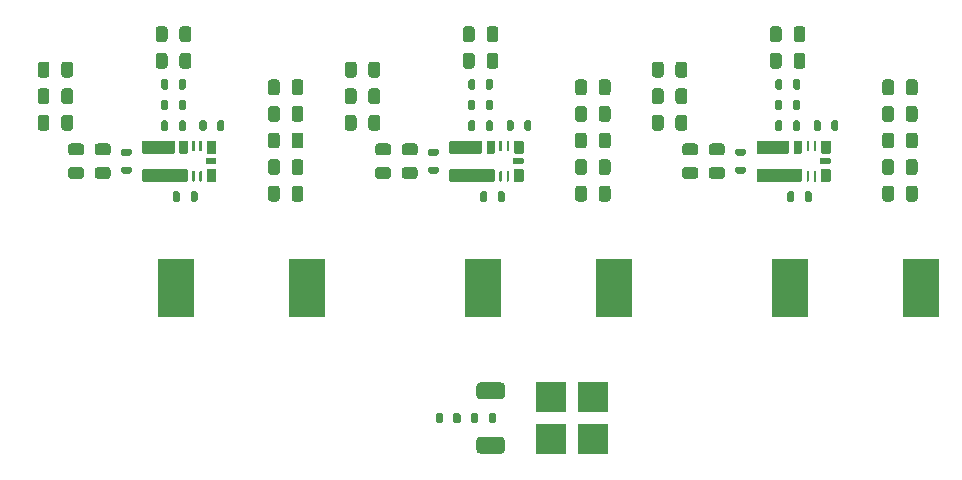
<source format=gbr>
%TF.GenerationSoftware,KiCad,Pcbnew,5.1.6-c6e7f7d~87~ubuntu20.04.1*%
%TF.CreationDate,2020-09-19T17:37:15+02:00*%
%TF.ProjectId,maxim-optimizer,6d617869-6d2d-46f7-9074-696d697a6572,rev?*%
%TF.SameCoordinates,PX3ef1480PY6acfc00*%
%TF.FileFunction,Paste,Top*%
%TF.FilePolarity,Positive*%
%FSLAX46Y46*%
G04 Gerber Fmt 4.6, Leading zero omitted, Abs format (unit mm)*
G04 Created by KiCad (PCBNEW 5.1.6-c6e7f7d~87~ubuntu20.04.1) date 2020-09-19 17:37:15*
%MOMM*%
%LPD*%
G01*
G04 APERTURE LIST*
%ADD10R,3.100000X5.000000*%
%ADD11R,2.500000X2.500000*%
G04 APERTURE END LIST*
%TO.C,U201*%
G36*
G01*
X16877076Y27237000D02*
X17560924Y27237000D01*
G75*
G02*
X17637000Y27160924I0J-76076D01*
G01*
X17637000Y26226076D01*
G75*
G02*
X17560924Y26150000I-76076J0D01*
G01*
X16877076Y26150000D01*
G75*
G02*
X16801000Y26226076I0J76076D01*
G01*
X16801000Y27160924D01*
G75*
G02*
X16877076Y27237000I76076J0D01*
G01*
G37*
G36*
G01*
X16877076Y24850000D02*
X17560924Y24850000D01*
G75*
G02*
X17637000Y24773924I0J-76076D01*
G01*
X17637000Y23839076D01*
G75*
G02*
X17560924Y23763000I-76076J0D01*
G01*
X16877076Y23763000D01*
G75*
G02*
X16801000Y23839076I0J76076D01*
G01*
X16801000Y24773924D01*
G75*
G02*
X16877076Y24850000I76076J0D01*
G01*
G37*
G36*
G01*
X16795359Y25749000D02*
X17566641Y25749000D01*
G75*
G02*
X17637000Y25678641I0J-70359D01*
G01*
X17637000Y25320359D01*
G75*
G02*
X17566641Y25250000I-70359J0D01*
G01*
X16795359Y25250000D01*
G75*
G02*
X16725000Y25320359I0J70359D01*
G01*
X16725000Y25678641D01*
G75*
G02*
X16795359Y25749000I70359J0D01*
G01*
G37*
G36*
G01*
X16253929Y27237000D02*
X16345071Y27237000D01*
G75*
G02*
X16399000Y27183071I0J-53929D01*
G01*
X16399000Y26378929D01*
G75*
G02*
X16345071Y26325000I-53929J0D01*
G01*
X16253929Y26325000D01*
G75*
G02*
X16200000Y26378929I0J53929D01*
G01*
X16200000Y27183071D01*
G75*
G02*
X16253929Y27237000I53929J0D01*
G01*
G37*
G36*
G01*
X15653929Y27237000D02*
X15745071Y27237000D01*
G75*
G02*
X15799000Y27183071I0J-53929D01*
G01*
X15799000Y26378929D01*
G75*
G02*
X15745071Y26325000I-53929J0D01*
G01*
X15653929Y26325000D01*
G75*
G02*
X15600000Y26378929I0J53929D01*
G01*
X15600000Y27183071D01*
G75*
G02*
X15653929Y27237000I53929J0D01*
G01*
G37*
G36*
G01*
X15653929Y24675000D02*
X15745071Y24675000D01*
G75*
G02*
X15799000Y24621071I0J-53929D01*
G01*
X15799000Y23816929D01*
G75*
G02*
X15745071Y23763000I-53929J0D01*
G01*
X15653929Y23763000D01*
G75*
G02*
X15600000Y23816929I0J53929D01*
G01*
X15600000Y24621071D01*
G75*
G02*
X15653929Y24675000I53929J0D01*
G01*
G37*
G36*
G01*
X16253929Y24675000D02*
X16345071Y24675000D01*
G75*
G02*
X16399000Y24621071I0J-53929D01*
G01*
X16399000Y23816929D01*
G75*
G02*
X16345071Y23763000I-53929J0D01*
G01*
X16253929Y23763000D01*
G75*
G02*
X16200000Y23816929I0J53929D01*
G01*
X16200000Y24621071D01*
G75*
G02*
X16253929Y24675000I53929J0D01*
G01*
G37*
G36*
G01*
X14574793Y27237000D02*
X15124207Y27237000D01*
G75*
G02*
X15199000Y27162207I0J-74793D01*
G01*
X15199000Y26224793D01*
G75*
G02*
X15124207Y26150000I-74793J0D01*
G01*
X14574793Y26150000D01*
G75*
G02*
X14500000Y26224793I0J74793D01*
G01*
X14500000Y27162207D01*
G75*
G02*
X14574793Y27237000I74793J0D01*
G01*
G37*
G36*
G01*
X11442351Y27237000D02*
X14020649Y27237000D01*
G75*
G02*
X14100000Y27157649I0J-79351D01*
G01*
X14100000Y26229351D01*
G75*
G02*
X14020649Y26150000I-79351J0D01*
G01*
X11442351Y26150000D01*
G75*
G02*
X11363000Y26229351I0J79351D01*
G01*
X11363000Y27157649D01*
G75*
G02*
X11442351Y27237000I79351J0D01*
G01*
G37*
G36*
G01*
X11442351Y24850000D02*
X15120649Y24850000D01*
G75*
G02*
X15200000Y24770649I0J-79351D01*
G01*
X15200000Y23842351D01*
G75*
G02*
X15120649Y23763000I-79351J0D01*
G01*
X11442351Y23763000D01*
G75*
G02*
X11363000Y23842351I0J79351D01*
G01*
X11363000Y24770649D01*
G75*
G02*
X11442351Y24850000I79351J0D01*
G01*
G37*
%TD*%
%TO.C,U401*%
G36*
G01*
X68877076Y27237000D02*
X69560924Y27237000D01*
G75*
G02*
X69637000Y27160924I0J-76076D01*
G01*
X69637000Y26226076D01*
G75*
G02*
X69560924Y26150000I-76076J0D01*
G01*
X68877076Y26150000D01*
G75*
G02*
X68801000Y26226076I0J76076D01*
G01*
X68801000Y27160924D01*
G75*
G02*
X68877076Y27237000I76076J0D01*
G01*
G37*
G36*
G01*
X68877076Y24850000D02*
X69560924Y24850000D01*
G75*
G02*
X69637000Y24773924I0J-76076D01*
G01*
X69637000Y23839076D01*
G75*
G02*
X69560924Y23763000I-76076J0D01*
G01*
X68877076Y23763000D01*
G75*
G02*
X68801000Y23839076I0J76076D01*
G01*
X68801000Y24773924D01*
G75*
G02*
X68877076Y24850000I76076J0D01*
G01*
G37*
G36*
G01*
X68795359Y25749000D02*
X69566641Y25749000D01*
G75*
G02*
X69637000Y25678641I0J-70359D01*
G01*
X69637000Y25320359D01*
G75*
G02*
X69566641Y25250000I-70359J0D01*
G01*
X68795359Y25250000D01*
G75*
G02*
X68725000Y25320359I0J70359D01*
G01*
X68725000Y25678641D01*
G75*
G02*
X68795359Y25749000I70359J0D01*
G01*
G37*
G36*
G01*
X68253929Y27237000D02*
X68345071Y27237000D01*
G75*
G02*
X68399000Y27183071I0J-53929D01*
G01*
X68399000Y26378929D01*
G75*
G02*
X68345071Y26325000I-53929J0D01*
G01*
X68253929Y26325000D01*
G75*
G02*
X68200000Y26378929I0J53929D01*
G01*
X68200000Y27183071D01*
G75*
G02*
X68253929Y27237000I53929J0D01*
G01*
G37*
G36*
G01*
X67653929Y27237000D02*
X67745071Y27237000D01*
G75*
G02*
X67799000Y27183071I0J-53929D01*
G01*
X67799000Y26378929D01*
G75*
G02*
X67745071Y26325000I-53929J0D01*
G01*
X67653929Y26325000D01*
G75*
G02*
X67600000Y26378929I0J53929D01*
G01*
X67600000Y27183071D01*
G75*
G02*
X67653929Y27237000I53929J0D01*
G01*
G37*
G36*
G01*
X67653929Y24675000D02*
X67745071Y24675000D01*
G75*
G02*
X67799000Y24621071I0J-53929D01*
G01*
X67799000Y23816929D01*
G75*
G02*
X67745071Y23763000I-53929J0D01*
G01*
X67653929Y23763000D01*
G75*
G02*
X67600000Y23816929I0J53929D01*
G01*
X67600000Y24621071D01*
G75*
G02*
X67653929Y24675000I53929J0D01*
G01*
G37*
G36*
G01*
X68253929Y24675000D02*
X68345071Y24675000D01*
G75*
G02*
X68399000Y24621071I0J-53929D01*
G01*
X68399000Y23816929D01*
G75*
G02*
X68345071Y23763000I-53929J0D01*
G01*
X68253929Y23763000D01*
G75*
G02*
X68200000Y23816929I0J53929D01*
G01*
X68200000Y24621071D01*
G75*
G02*
X68253929Y24675000I53929J0D01*
G01*
G37*
G36*
G01*
X66574793Y27237000D02*
X67124207Y27237000D01*
G75*
G02*
X67199000Y27162207I0J-74793D01*
G01*
X67199000Y26224793D01*
G75*
G02*
X67124207Y26150000I-74793J0D01*
G01*
X66574793Y26150000D01*
G75*
G02*
X66500000Y26224793I0J74793D01*
G01*
X66500000Y27162207D01*
G75*
G02*
X66574793Y27237000I74793J0D01*
G01*
G37*
G36*
G01*
X63442351Y27237000D02*
X66020649Y27237000D01*
G75*
G02*
X66100000Y27157649I0J-79351D01*
G01*
X66100000Y26229351D01*
G75*
G02*
X66020649Y26150000I-79351J0D01*
G01*
X63442351Y26150000D01*
G75*
G02*
X63363000Y26229351I0J79351D01*
G01*
X63363000Y27157649D01*
G75*
G02*
X63442351Y27237000I79351J0D01*
G01*
G37*
G36*
G01*
X63442351Y24850000D02*
X67120649Y24850000D01*
G75*
G02*
X67200000Y24770649I0J-79351D01*
G01*
X67200000Y23842351D01*
G75*
G02*
X67120649Y23763000I-79351J0D01*
G01*
X63442351Y23763000D01*
G75*
G02*
X63363000Y23842351I0J79351D01*
G01*
X63363000Y24770649D01*
G75*
G02*
X63442351Y24850000I79351J0D01*
G01*
G37*
%TD*%
%TO.C,U301*%
G36*
G01*
X42877076Y27237000D02*
X43560924Y27237000D01*
G75*
G02*
X43637000Y27160924I0J-76076D01*
G01*
X43637000Y26226076D01*
G75*
G02*
X43560924Y26150000I-76076J0D01*
G01*
X42877076Y26150000D01*
G75*
G02*
X42801000Y26226076I0J76076D01*
G01*
X42801000Y27160924D01*
G75*
G02*
X42877076Y27237000I76076J0D01*
G01*
G37*
G36*
G01*
X42877076Y24850000D02*
X43560924Y24850000D01*
G75*
G02*
X43637000Y24773924I0J-76076D01*
G01*
X43637000Y23839076D01*
G75*
G02*
X43560924Y23763000I-76076J0D01*
G01*
X42877076Y23763000D01*
G75*
G02*
X42801000Y23839076I0J76076D01*
G01*
X42801000Y24773924D01*
G75*
G02*
X42877076Y24850000I76076J0D01*
G01*
G37*
G36*
G01*
X42795359Y25749000D02*
X43566641Y25749000D01*
G75*
G02*
X43637000Y25678641I0J-70359D01*
G01*
X43637000Y25320359D01*
G75*
G02*
X43566641Y25250000I-70359J0D01*
G01*
X42795359Y25250000D01*
G75*
G02*
X42725000Y25320359I0J70359D01*
G01*
X42725000Y25678641D01*
G75*
G02*
X42795359Y25749000I70359J0D01*
G01*
G37*
G36*
G01*
X42253929Y27237000D02*
X42345071Y27237000D01*
G75*
G02*
X42399000Y27183071I0J-53929D01*
G01*
X42399000Y26378929D01*
G75*
G02*
X42345071Y26325000I-53929J0D01*
G01*
X42253929Y26325000D01*
G75*
G02*
X42200000Y26378929I0J53929D01*
G01*
X42200000Y27183071D01*
G75*
G02*
X42253929Y27237000I53929J0D01*
G01*
G37*
G36*
G01*
X41653929Y27237000D02*
X41745071Y27237000D01*
G75*
G02*
X41799000Y27183071I0J-53929D01*
G01*
X41799000Y26378929D01*
G75*
G02*
X41745071Y26325000I-53929J0D01*
G01*
X41653929Y26325000D01*
G75*
G02*
X41600000Y26378929I0J53929D01*
G01*
X41600000Y27183071D01*
G75*
G02*
X41653929Y27237000I53929J0D01*
G01*
G37*
G36*
G01*
X41653929Y24675000D02*
X41745071Y24675000D01*
G75*
G02*
X41799000Y24621071I0J-53929D01*
G01*
X41799000Y23816929D01*
G75*
G02*
X41745071Y23763000I-53929J0D01*
G01*
X41653929Y23763000D01*
G75*
G02*
X41600000Y23816929I0J53929D01*
G01*
X41600000Y24621071D01*
G75*
G02*
X41653929Y24675000I53929J0D01*
G01*
G37*
G36*
G01*
X42253929Y24675000D02*
X42345071Y24675000D01*
G75*
G02*
X42399000Y24621071I0J-53929D01*
G01*
X42399000Y23816929D01*
G75*
G02*
X42345071Y23763000I-53929J0D01*
G01*
X42253929Y23763000D01*
G75*
G02*
X42200000Y23816929I0J53929D01*
G01*
X42200000Y24621071D01*
G75*
G02*
X42253929Y24675000I53929J0D01*
G01*
G37*
G36*
G01*
X40574793Y27237000D02*
X41124207Y27237000D01*
G75*
G02*
X41199000Y27162207I0J-74793D01*
G01*
X41199000Y26224793D01*
G75*
G02*
X41124207Y26150000I-74793J0D01*
G01*
X40574793Y26150000D01*
G75*
G02*
X40500000Y26224793I0J74793D01*
G01*
X40500000Y27162207D01*
G75*
G02*
X40574793Y27237000I74793J0D01*
G01*
G37*
G36*
G01*
X37442351Y27237000D02*
X40020649Y27237000D01*
G75*
G02*
X40100000Y27157649I0J-79351D01*
G01*
X40100000Y26229351D01*
G75*
G02*
X40020649Y26150000I-79351J0D01*
G01*
X37442351Y26150000D01*
G75*
G02*
X37363000Y26229351I0J79351D01*
G01*
X37363000Y27157649D01*
G75*
G02*
X37442351Y27237000I79351J0D01*
G01*
G37*
G36*
G01*
X37442351Y24850000D02*
X41120649Y24850000D01*
G75*
G02*
X41200000Y24770649I0J-79351D01*
G01*
X41200000Y23842351D01*
G75*
G02*
X41120649Y23763000I-79351J0D01*
G01*
X37442351Y23763000D01*
G75*
G02*
X37363000Y23842351I0J79351D01*
G01*
X37363000Y24770649D01*
G75*
G02*
X37442351Y24850000I79351J0D01*
G01*
G37*
%TD*%
%TO.C,R101*%
G36*
G01*
X36800000Y4050000D02*
X36800000Y3450000D01*
G75*
G02*
X36650000Y3300000I-150000J0D01*
G01*
X36350000Y3300000D01*
G75*
G02*
X36200000Y3450000I0J150000D01*
G01*
X36200000Y4050000D01*
G75*
G02*
X36350000Y4200000I150000J0D01*
G01*
X36650000Y4200000D01*
G75*
G02*
X36800000Y4050000I0J-150000D01*
G01*
G37*
G36*
G01*
X38300000Y4050000D02*
X38300000Y3450000D01*
G75*
G02*
X38150000Y3300000I-150000J0D01*
G01*
X37850000Y3300000D01*
G75*
G02*
X37700000Y3450000I0J150000D01*
G01*
X37700000Y4050000D01*
G75*
G02*
X37850000Y4200000I150000J0D01*
G01*
X38150000Y4200000D01*
G75*
G02*
X38300000Y4050000I0J-150000D01*
G01*
G37*
%TD*%
D10*
%TO.C,L401*%
X77300000Y14750000D03*
X66200000Y14750000D03*
%TD*%
%TO.C,L301*%
X51300000Y14750000D03*
X40200000Y14750000D03*
%TD*%
%TO.C,L201*%
X25300000Y14750000D03*
X14200000Y14750000D03*
%TD*%
D11*
%TO.C,D101*%
X46000000Y2000000D03*
X46000000Y5500000D03*
X49500000Y2000000D03*
X49500000Y5500000D03*
G36*
G01*
X39987500Y2175000D02*
X41712500Y2175000D01*
G75*
G02*
X42075000Y1812500I0J-362500D01*
G01*
X42075000Y1087500D01*
G75*
G02*
X41712500Y725000I-362500J0D01*
G01*
X39987500Y725000D01*
G75*
G02*
X39625000Y1087500I0J362500D01*
G01*
X39625000Y1812500D01*
G75*
G02*
X39987500Y2175000I362500J0D01*
G01*
G37*
G36*
G01*
X39987500Y6775000D02*
X41712500Y6775000D01*
G75*
G02*
X42075000Y6412500I0J-362500D01*
G01*
X42075000Y5687500D01*
G75*
G02*
X41712500Y5325000I-362500J0D01*
G01*
X39987500Y5325000D01*
G75*
G02*
X39625000Y5687500I0J362500D01*
G01*
X39625000Y6412500D01*
G75*
G02*
X39987500Y6775000I362500J0D01*
G01*
G37*
%TD*%
%TO.C,C418*%
G36*
G01*
X77000000Y32175000D02*
X77000000Y31325000D01*
G75*
G02*
X76750000Y31075000I-250000J0D01*
G01*
X76250000Y31075000D01*
G75*
G02*
X76000000Y31325000I0J250000D01*
G01*
X76000000Y32175000D01*
G75*
G02*
X76250000Y32425000I250000J0D01*
G01*
X76750000Y32425000D01*
G75*
G02*
X77000000Y32175000I0J-250000D01*
G01*
G37*
G36*
G01*
X75000000Y32175000D02*
X75000000Y31325000D01*
G75*
G02*
X74750000Y31075000I-250000J0D01*
G01*
X74250000Y31075000D01*
G75*
G02*
X74000000Y31325000I0J250000D01*
G01*
X74000000Y32175000D01*
G75*
G02*
X74250000Y32425000I250000J0D01*
G01*
X74750000Y32425000D01*
G75*
G02*
X75000000Y32175000I0J-250000D01*
G01*
G37*
%TD*%
%TO.C,C417*%
G36*
G01*
X77000000Y29925000D02*
X77000000Y29075000D01*
G75*
G02*
X76750000Y28825000I-250000J0D01*
G01*
X76250000Y28825000D01*
G75*
G02*
X76000000Y29075000I0J250000D01*
G01*
X76000000Y29925000D01*
G75*
G02*
X76250000Y30175000I250000J0D01*
G01*
X76750000Y30175000D01*
G75*
G02*
X77000000Y29925000I0J-250000D01*
G01*
G37*
G36*
G01*
X75000000Y29925000D02*
X75000000Y29075000D01*
G75*
G02*
X74750000Y28825000I-250000J0D01*
G01*
X74250000Y28825000D01*
G75*
G02*
X74000000Y29075000I0J250000D01*
G01*
X74000000Y29925000D01*
G75*
G02*
X74250000Y30175000I250000J0D01*
G01*
X74750000Y30175000D01*
G75*
G02*
X75000000Y29925000I0J-250000D01*
G01*
G37*
%TD*%
%TO.C,C416*%
G36*
G01*
X77000000Y27675000D02*
X77000000Y26825000D01*
G75*
G02*
X76750000Y26575000I-250000J0D01*
G01*
X76250000Y26575000D01*
G75*
G02*
X76000000Y26825000I0J250000D01*
G01*
X76000000Y27675000D01*
G75*
G02*
X76250000Y27925000I250000J0D01*
G01*
X76750000Y27925000D01*
G75*
G02*
X77000000Y27675000I0J-250000D01*
G01*
G37*
G36*
G01*
X75000000Y27675000D02*
X75000000Y26825000D01*
G75*
G02*
X74750000Y26575000I-250000J0D01*
G01*
X74250000Y26575000D01*
G75*
G02*
X74000000Y26825000I0J250000D01*
G01*
X74000000Y27675000D01*
G75*
G02*
X74250000Y27925000I250000J0D01*
G01*
X74750000Y27925000D01*
G75*
G02*
X75000000Y27675000I0J-250000D01*
G01*
G37*
%TD*%
%TO.C,C415*%
G36*
G01*
X77000000Y25425000D02*
X77000000Y24575000D01*
G75*
G02*
X76750000Y24325000I-250000J0D01*
G01*
X76250000Y24325000D01*
G75*
G02*
X76000000Y24575000I0J250000D01*
G01*
X76000000Y25425000D01*
G75*
G02*
X76250000Y25675000I250000J0D01*
G01*
X76750000Y25675000D01*
G75*
G02*
X77000000Y25425000I0J-250000D01*
G01*
G37*
G36*
G01*
X75000000Y25425000D02*
X75000000Y24575000D01*
G75*
G02*
X74750000Y24325000I-250000J0D01*
G01*
X74250000Y24325000D01*
G75*
G02*
X74000000Y24575000I0J250000D01*
G01*
X74000000Y25425000D01*
G75*
G02*
X74250000Y25675000I250000J0D01*
G01*
X74750000Y25675000D01*
G75*
G02*
X75000000Y25425000I0J-250000D01*
G01*
G37*
%TD*%
%TO.C,C414*%
G36*
G01*
X77000000Y23175000D02*
X77000000Y22325000D01*
G75*
G02*
X76750000Y22075000I-250000J0D01*
G01*
X76250000Y22075000D01*
G75*
G02*
X76000000Y22325000I0J250000D01*
G01*
X76000000Y23175000D01*
G75*
G02*
X76250000Y23425000I250000J0D01*
G01*
X76750000Y23425000D01*
G75*
G02*
X77000000Y23175000I0J-250000D01*
G01*
G37*
G36*
G01*
X75000000Y23175000D02*
X75000000Y22325000D01*
G75*
G02*
X74750000Y22075000I-250000J0D01*
G01*
X74250000Y22075000D01*
G75*
G02*
X74000000Y22325000I0J250000D01*
G01*
X74000000Y23175000D01*
G75*
G02*
X74250000Y23425000I250000J0D01*
G01*
X74750000Y23425000D01*
G75*
G02*
X75000000Y23175000I0J-250000D01*
G01*
G37*
%TD*%
%TO.C,C413*%
G36*
G01*
X68053680Y22800000D02*
X68053680Y22200000D01*
G75*
G02*
X67903680Y22050000I-150000J0D01*
G01*
X67603680Y22050000D01*
G75*
G02*
X67453680Y22200000I0J150000D01*
G01*
X67453680Y22800000D01*
G75*
G02*
X67603680Y22950000I150000J0D01*
G01*
X67903680Y22950000D01*
G75*
G02*
X68053680Y22800000I0J-150000D01*
G01*
G37*
G36*
G01*
X66550000Y22800000D02*
X66550000Y22200000D01*
G75*
G02*
X66400000Y22050000I-150000J0D01*
G01*
X66100000Y22050000D01*
G75*
G02*
X65950000Y22200000I0J150000D01*
G01*
X65950000Y22800000D01*
G75*
G02*
X66100000Y22950000I150000J0D01*
G01*
X66400000Y22950000D01*
G75*
G02*
X66550000Y22800000I0J-150000D01*
G01*
G37*
%TD*%
%TO.C,C412*%
G36*
G01*
X68198160Y28200000D02*
X68198160Y28800000D01*
G75*
G02*
X68348160Y28950000I150000J0D01*
G01*
X68648160Y28950000D01*
G75*
G02*
X68798160Y28800000I0J-150000D01*
G01*
X68798160Y28200000D01*
G75*
G02*
X68648160Y28050000I-150000J0D01*
G01*
X68348160Y28050000D01*
G75*
G02*
X68198160Y28200000I0J150000D01*
G01*
G37*
G36*
G01*
X69701840Y28200000D02*
X69701840Y28800000D01*
G75*
G02*
X69851840Y28950000I150000J0D01*
G01*
X70151840Y28950000D01*
G75*
G02*
X70301840Y28800000I0J-150000D01*
G01*
X70301840Y28200000D01*
G75*
G02*
X70151840Y28050000I-150000J0D01*
G01*
X69851840Y28050000D01*
G75*
G02*
X69701840Y28200000I0J150000D01*
G01*
G37*
%TD*%
%TO.C,C411*%
G36*
G01*
X64948160Y28200000D02*
X64948160Y28800000D01*
G75*
G02*
X65098160Y28950000I150000J0D01*
G01*
X65398160Y28950000D01*
G75*
G02*
X65548160Y28800000I0J-150000D01*
G01*
X65548160Y28200000D01*
G75*
G02*
X65398160Y28050000I-150000J0D01*
G01*
X65098160Y28050000D01*
G75*
G02*
X64948160Y28200000I0J150000D01*
G01*
G37*
G36*
G01*
X66451840Y28200000D02*
X66451840Y28800000D01*
G75*
G02*
X66601840Y28950000I150000J0D01*
G01*
X66901840Y28950000D01*
G75*
G02*
X67051840Y28800000I0J-150000D01*
G01*
X67051840Y28200000D01*
G75*
G02*
X66901840Y28050000I-150000J0D01*
G01*
X66601840Y28050000D01*
G75*
G02*
X66451840Y28200000I0J150000D01*
G01*
G37*
%TD*%
%TO.C,C410*%
G36*
G01*
X64948160Y29950000D02*
X64948160Y30550000D01*
G75*
G02*
X65098160Y30700000I150000J0D01*
G01*
X65398160Y30700000D01*
G75*
G02*
X65548160Y30550000I0J-150000D01*
G01*
X65548160Y29950000D01*
G75*
G02*
X65398160Y29800000I-150000J0D01*
G01*
X65098160Y29800000D01*
G75*
G02*
X64948160Y29950000I0J150000D01*
G01*
G37*
G36*
G01*
X66451840Y29950000D02*
X66451840Y30550000D01*
G75*
G02*
X66601840Y30700000I150000J0D01*
G01*
X66901840Y30700000D01*
G75*
G02*
X67051840Y30550000I0J-150000D01*
G01*
X67051840Y29950000D01*
G75*
G02*
X66901840Y29800000I-150000J0D01*
G01*
X66601840Y29800000D01*
G75*
G02*
X66451840Y29950000I0J150000D01*
G01*
G37*
%TD*%
%TO.C,C409*%
G36*
G01*
X64948160Y31700000D02*
X64948160Y32300000D01*
G75*
G02*
X65098160Y32450000I150000J0D01*
G01*
X65398160Y32450000D01*
G75*
G02*
X65548160Y32300000I0J-150000D01*
G01*
X65548160Y31700000D01*
G75*
G02*
X65398160Y31550000I-150000J0D01*
G01*
X65098160Y31550000D01*
G75*
G02*
X64948160Y31700000I0J150000D01*
G01*
G37*
G36*
G01*
X66451840Y31700000D02*
X66451840Y32300000D01*
G75*
G02*
X66601840Y32450000I150000J0D01*
G01*
X66901840Y32450000D01*
G75*
G02*
X67051840Y32300000I0J-150000D01*
G01*
X67051840Y31700000D01*
G75*
G02*
X66901840Y31550000I-150000J0D01*
G01*
X66601840Y31550000D01*
G75*
G02*
X66451840Y31700000I0J150000D01*
G01*
G37*
%TD*%
%TO.C,C408*%
G36*
G01*
X61700000Y26551840D02*
X62300000Y26551840D01*
G75*
G02*
X62450000Y26401840I0J-150000D01*
G01*
X62450000Y26101840D01*
G75*
G02*
X62300000Y25951840I-150000J0D01*
G01*
X61700000Y25951840D01*
G75*
G02*
X61550000Y26101840I0J150000D01*
G01*
X61550000Y26401840D01*
G75*
G02*
X61700000Y26551840I150000J0D01*
G01*
G37*
G36*
G01*
X61700000Y25048160D02*
X62300000Y25048160D01*
G75*
G02*
X62450000Y24898160I0J-150000D01*
G01*
X62450000Y24598160D01*
G75*
G02*
X62300000Y24448160I-150000J0D01*
G01*
X61700000Y24448160D01*
G75*
G02*
X61550000Y24598160I0J150000D01*
G01*
X61550000Y24898160D01*
G75*
G02*
X61700000Y25048160I150000J0D01*
G01*
G37*
%TD*%
%TO.C,C407*%
G36*
G01*
X57325000Y27000000D02*
X58175000Y27000000D01*
G75*
G02*
X58425000Y26750000I0J-250000D01*
G01*
X58425000Y26250000D01*
G75*
G02*
X58175000Y26000000I-250000J0D01*
G01*
X57325000Y26000000D01*
G75*
G02*
X57075000Y26250000I0J250000D01*
G01*
X57075000Y26750000D01*
G75*
G02*
X57325000Y27000000I250000J0D01*
G01*
G37*
G36*
G01*
X57325000Y25000000D02*
X58175000Y25000000D01*
G75*
G02*
X58425000Y24750000I0J-250000D01*
G01*
X58425000Y24250000D01*
G75*
G02*
X58175000Y24000000I-250000J0D01*
G01*
X57325000Y24000000D01*
G75*
G02*
X57075000Y24250000I0J250000D01*
G01*
X57075000Y24750000D01*
G75*
G02*
X57325000Y25000000I250000J0D01*
G01*
G37*
%TD*%
%TO.C,C406*%
G36*
G01*
X64500000Y33575000D02*
X64500000Y34425000D01*
G75*
G02*
X64750000Y34675000I250000J0D01*
G01*
X65250000Y34675000D01*
G75*
G02*
X65500000Y34425000I0J-250000D01*
G01*
X65500000Y33575000D01*
G75*
G02*
X65250000Y33325000I-250000J0D01*
G01*
X64750000Y33325000D01*
G75*
G02*
X64500000Y33575000I0J250000D01*
G01*
G37*
G36*
G01*
X66500000Y33575000D02*
X66500000Y34425000D01*
G75*
G02*
X66750000Y34675000I250000J0D01*
G01*
X67250000Y34675000D01*
G75*
G02*
X67500000Y34425000I0J-250000D01*
G01*
X67500000Y33575000D01*
G75*
G02*
X67250000Y33325000I-250000J0D01*
G01*
X66750000Y33325000D01*
G75*
G02*
X66500000Y33575000I0J250000D01*
G01*
G37*
%TD*%
%TO.C,C405*%
G36*
G01*
X57500000Y33675000D02*
X57500000Y32825000D01*
G75*
G02*
X57250000Y32575000I-250000J0D01*
G01*
X56750000Y32575000D01*
G75*
G02*
X56500000Y32825000I0J250000D01*
G01*
X56500000Y33675000D01*
G75*
G02*
X56750000Y33925000I250000J0D01*
G01*
X57250000Y33925000D01*
G75*
G02*
X57500000Y33675000I0J-250000D01*
G01*
G37*
G36*
G01*
X55500000Y33675000D02*
X55500000Y32825000D01*
G75*
G02*
X55250000Y32575000I-250000J0D01*
G01*
X54750000Y32575000D01*
G75*
G02*
X54500000Y32825000I0J250000D01*
G01*
X54500000Y33675000D01*
G75*
G02*
X54750000Y33925000I250000J0D01*
G01*
X55250000Y33925000D01*
G75*
G02*
X55500000Y33675000I0J-250000D01*
G01*
G37*
%TD*%
%TO.C,C404*%
G36*
G01*
X57500000Y31425000D02*
X57500000Y30575000D01*
G75*
G02*
X57250000Y30325000I-250000J0D01*
G01*
X56750000Y30325000D01*
G75*
G02*
X56500000Y30575000I0J250000D01*
G01*
X56500000Y31425000D01*
G75*
G02*
X56750000Y31675000I250000J0D01*
G01*
X57250000Y31675000D01*
G75*
G02*
X57500000Y31425000I0J-250000D01*
G01*
G37*
G36*
G01*
X55500000Y31425000D02*
X55500000Y30575000D01*
G75*
G02*
X55250000Y30325000I-250000J0D01*
G01*
X54750000Y30325000D01*
G75*
G02*
X54500000Y30575000I0J250000D01*
G01*
X54500000Y31425000D01*
G75*
G02*
X54750000Y31675000I250000J0D01*
G01*
X55250000Y31675000D01*
G75*
G02*
X55500000Y31425000I0J-250000D01*
G01*
G37*
%TD*%
%TO.C,C403*%
G36*
G01*
X64500000Y35825000D02*
X64500000Y36675000D01*
G75*
G02*
X64750000Y36925000I250000J0D01*
G01*
X65250000Y36925000D01*
G75*
G02*
X65500000Y36675000I0J-250000D01*
G01*
X65500000Y35825000D01*
G75*
G02*
X65250000Y35575000I-250000J0D01*
G01*
X64750000Y35575000D01*
G75*
G02*
X64500000Y35825000I0J250000D01*
G01*
G37*
G36*
G01*
X66500000Y35825000D02*
X66500000Y36675000D01*
G75*
G02*
X66750000Y36925000I250000J0D01*
G01*
X67250000Y36925000D01*
G75*
G02*
X67500000Y36675000I0J-250000D01*
G01*
X67500000Y35825000D01*
G75*
G02*
X67250000Y35575000I-250000J0D01*
G01*
X66750000Y35575000D01*
G75*
G02*
X66500000Y35825000I0J250000D01*
G01*
G37*
%TD*%
%TO.C,C402*%
G36*
G01*
X57500000Y29175000D02*
X57500000Y28325000D01*
G75*
G02*
X57250000Y28075000I-250000J0D01*
G01*
X56750000Y28075000D01*
G75*
G02*
X56500000Y28325000I0J250000D01*
G01*
X56500000Y29175000D01*
G75*
G02*
X56750000Y29425000I250000J0D01*
G01*
X57250000Y29425000D01*
G75*
G02*
X57500000Y29175000I0J-250000D01*
G01*
G37*
G36*
G01*
X55500000Y29175000D02*
X55500000Y28325000D01*
G75*
G02*
X55250000Y28075000I-250000J0D01*
G01*
X54750000Y28075000D01*
G75*
G02*
X54500000Y28325000I0J250000D01*
G01*
X54500000Y29175000D01*
G75*
G02*
X54750000Y29425000I250000J0D01*
G01*
X55250000Y29425000D01*
G75*
G02*
X55500000Y29175000I0J-250000D01*
G01*
G37*
%TD*%
%TO.C,C401*%
G36*
G01*
X59575000Y27000000D02*
X60425000Y27000000D01*
G75*
G02*
X60675000Y26750000I0J-250000D01*
G01*
X60675000Y26250000D01*
G75*
G02*
X60425000Y26000000I-250000J0D01*
G01*
X59575000Y26000000D01*
G75*
G02*
X59325000Y26250000I0J250000D01*
G01*
X59325000Y26750000D01*
G75*
G02*
X59575000Y27000000I250000J0D01*
G01*
G37*
G36*
G01*
X59575000Y25000000D02*
X60425000Y25000000D01*
G75*
G02*
X60675000Y24750000I0J-250000D01*
G01*
X60675000Y24250000D01*
G75*
G02*
X60425000Y24000000I-250000J0D01*
G01*
X59575000Y24000000D01*
G75*
G02*
X59325000Y24250000I0J250000D01*
G01*
X59325000Y24750000D01*
G75*
G02*
X59575000Y25000000I250000J0D01*
G01*
G37*
%TD*%
%TO.C,C318*%
G36*
G01*
X51000000Y32175000D02*
X51000000Y31325000D01*
G75*
G02*
X50750000Y31075000I-250000J0D01*
G01*
X50250000Y31075000D01*
G75*
G02*
X50000000Y31325000I0J250000D01*
G01*
X50000000Y32175000D01*
G75*
G02*
X50250000Y32425000I250000J0D01*
G01*
X50750000Y32425000D01*
G75*
G02*
X51000000Y32175000I0J-250000D01*
G01*
G37*
G36*
G01*
X49000000Y32175000D02*
X49000000Y31325000D01*
G75*
G02*
X48750000Y31075000I-250000J0D01*
G01*
X48250000Y31075000D01*
G75*
G02*
X48000000Y31325000I0J250000D01*
G01*
X48000000Y32175000D01*
G75*
G02*
X48250000Y32425000I250000J0D01*
G01*
X48750000Y32425000D01*
G75*
G02*
X49000000Y32175000I0J-250000D01*
G01*
G37*
%TD*%
%TO.C,C317*%
G36*
G01*
X51000000Y29925000D02*
X51000000Y29075000D01*
G75*
G02*
X50750000Y28825000I-250000J0D01*
G01*
X50250000Y28825000D01*
G75*
G02*
X50000000Y29075000I0J250000D01*
G01*
X50000000Y29925000D01*
G75*
G02*
X50250000Y30175000I250000J0D01*
G01*
X50750000Y30175000D01*
G75*
G02*
X51000000Y29925000I0J-250000D01*
G01*
G37*
G36*
G01*
X49000000Y29925000D02*
X49000000Y29075000D01*
G75*
G02*
X48750000Y28825000I-250000J0D01*
G01*
X48250000Y28825000D01*
G75*
G02*
X48000000Y29075000I0J250000D01*
G01*
X48000000Y29925000D01*
G75*
G02*
X48250000Y30175000I250000J0D01*
G01*
X48750000Y30175000D01*
G75*
G02*
X49000000Y29925000I0J-250000D01*
G01*
G37*
%TD*%
%TO.C,C316*%
G36*
G01*
X51000000Y27675000D02*
X51000000Y26825000D01*
G75*
G02*
X50750000Y26575000I-250000J0D01*
G01*
X50250000Y26575000D01*
G75*
G02*
X50000000Y26825000I0J250000D01*
G01*
X50000000Y27675000D01*
G75*
G02*
X50250000Y27925000I250000J0D01*
G01*
X50750000Y27925000D01*
G75*
G02*
X51000000Y27675000I0J-250000D01*
G01*
G37*
G36*
G01*
X49000000Y27675000D02*
X49000000Y26825000D01*
G75*
G02*
X48750000Y26575000I-250000J0D01*
G01*
X48250000Y26575000D01*
G75*
G02*
X48000000Y26825000I0J250000D01*
G01*
X48000000Y27675000D01*
G75*
G02*
X48250000Y27925000I250000J0D01*
G01*
X48750000Y27925000D01*
G75*
G02*
X49000000Y27675000I0J-250000D01*
G01*
G37*
%TD*%
%TO.C,C315*%
G36*
G01*
X51000000Y25425000D02*
X51000000Y24575000D01*
G75*
G02*
X50750000Y24325000I-250000J0D01*
G01*
X50250000Y24325000D01*
G75*
G02*
X50000000Y24575000I0J250000D01*
G01*
X50000000Y25425000D01*
G75*
G02*
X50250000Y25675000I250000J0D01*
G01*
X50750000Y25675000D01*
G75*
G02*
X51000000Y25425000I0J-250000D01*
G01*
G37*
G36*
G01*
X49000000Y25425000D02*
X49000000Y24575000D01*
G75*
G02*
X48750000Y24325000I-250000J0D01*
G01*
X48250000Y24325000D01*
G75*
G02*
X48000000Y24575000I0J250000D01*
G01*
X48000000Y25425000D01*
G75*
G02*
X48250000Y25675000I250000J0D01*
G01*
X48750000Y25675000D01*
G75*
G02*
X49000000Y25425000I0J-250000D01*
G01*
G37*
%TD*%
%TO.C,C314*%
G36*
G01*
X51000000Y23175000D02*
X51000000Y22325000D01*
G75*
G02*
X50750000Y22075000I-250000J0D01*
G01*
X50250000Y22075000D01*
G75*
G02*
X50000000Y22325000I0J250000D01*
G01*
X50000000Y23175000D01*
G75*
G02*
X50250000Y23425000I250000J0D01*
G01*
X50750000Y23425000D01*
G75*
G02*
X51000000Y23175000I0J-250000D01*
G01*
G37*
G36*
G01*
X49000000Y23175000D02*
X49000000Y22325000D01*
G75*
G02*
X48750000Y22075000I-250000J0D01*
G01*
X48250000Y22075000D01*
G75*
G02*
X48000000Y22325000I0J250000D01*
G01*
X48000000Y23175000D01*
G75*
G02*
X48250000Y23425000I250000J0D01*
G01*
X48750000Y23425000D01*
G75*
G02*
X49000000Y23175000I0J-250000D01*
G01*
G37*
%TD*%
%TO.C,C313*%
G36*
G01*
X42053680Y22800000D02*
X42053680Y22200000D01*
G75*
G02*
X41903680Y22050000I-150000J0D01*
G01*
X41603680Y22050000D01*
G75*
G02*
X41453680Y22200000I0J150000D01*
G01*
X41453680Y22800000D01*
G75*
G02*
X41603680Y22950000I150000J0D01*
G01*
X41903680Y22950000D01*
G75*
G02*
X42053680Y22800000I0J-150000D01*
G01*
G37*
G36*
G01*
X40550000Y22800000D02*
X40550000Y22200000D01*
G75*
G02*
X40400000Y22050000I-150000J0D01*
G01*
X40100000Y22050000D01*
G75*
G02*
X39950000Y22200000I0J150000D01*
G01*
X39950000Y22800000D01*
G75*
G02*
X40100000Y22950000I150000J0D01*
G01*
X40400000Y22950000D01*
G75*
G02*
X40550000Y22800000I0J-150000D01*
G01*
G37*
%TD*%
%TO.C,C312*%
G36*
G01*
X42198160Y28200000D02*
X42198160Y28800000D01*
G75*
G02*
X42348160Y28950000I150000J0D01*
G01*
X42648160Y28950000D01*
G75*
G02*
X42798160Y28800000I0J-150000D01*
G01*
X42798160Y28200000D01*
G75*
G02*
X42648160Y28050000I-150000J0D01*
G01*
X42348160Y28050000D01*
G75*
G02*
X42198160Y28200000I0J150000D01*
G01*
G37*
G36*
G01*
X43701840Y28200000D02*
X43701840Y28800000D01*
G75*
G02*
X43851840Y28950000I150000J0D01*
G01*
X44151840Y28950000D01*
G75*
G02*
X44301840Y28800000I0J-150000D01*
G01*
X44301840Y28200000D01*
G75*
G02*
X44151840Y28050000I-150000J0D01*
G01*
X43851840Y28050000D01*
G75*
G02*
X43701840Y28200000I0J150000D01*
G01*
G37*
%TD*%
%TO.C,C311*%
G36*
G01*
X38948160Y28200000D02*
X38948160Y28800000D01*
G75*
G02*
X39098160Y28950000I150000J0D01*
G01*
X39398160Y28950000D01*
G75*
G02*
X39548160Y28800000I0J-150000D01*
G01*
X39548160Y28200000D01*
G75*
G02*
X39398160Y28050000I-150000J0D01*
G01*
X39098160Y28050000D01*
G75*
G02*
X38948160Y28200000I0J150000D01*
G01*
G37*
G36*
G01*
X40451840Y28200000D02*
X40451840Y28800000D01*
G75*
G02*
X40601840Y28950000I150000J0D01*
G01*
X40901840Y28950000D01*
G75*
G02*
X41051840Y28800000I0J-150000D01*
G01*
X41051840Y28200000D01*
G75*
G02*
X40901840Y28050000I-150000J0D01*
G01*
X40601840Y28050000D01*
G75*
G02*
X40451840Y28200000I0J150000D01*
G01*
G37*
%TD*%
%TO.C,C310*%
G36*
G01*
X38948160Y29950000D02*
X38948160Y30550000D01*
G75*
G02*
X39098160Y30700000I150000J0D01*
G01*
X39398160Y30700000D01*
G75*
G02*
X39548160Y30550000I0J-150000D01*
G01*
X39548160Y29950000D01*
G75*
G02*
X39398160Y29800000I-150000J0D01*
G01*
X39098160Y29800000D01*
G75*
G02*
X38948160Y29950000I0J150000D01*
G01*
G37*
G36*
G01*
X40451840Y29950000D02*
X40451840Y30550000D01*
G75*
G02*
X40601840Y30700000I150000J0D01*
G01*
X40901840Y30700000D01*
G75*
G02*
X41051840Y30550000I0J-150000D01*
G01*
X41051840Y29950000D01*
G75*
G02*
X40901840Y29800000I-150000J0D01*
G01*
X40601840Y29800000D01*
G75*
G02*
X40451840Y29950000I0J150000D01*
G01*
G37*
%TD*%
%TO.C,C309*%
G36*
G01*
X38948160Y31700000D02*
X38948160Y32300000D01*
G75*
G02*
X39098160Y32450000I150000J0D01*
G01*
X39398160Y32450000D01*
G75*
G02*
X39548160Y32300000I0J-150000D01*
G01*
X39548160Y31700000D01*
G75*
G02*
X39398160Y31550000I-150000J0D01*
G01*
X39098160Y31550000D01*
G75*
G02*
X38948160Y31700000I0J150000D01*
G01*
G37*
G36*
G01*
X40451840Y31700000D02*
X40451840Y32300000D01*
G75*
G02*
X40601840Y32450000I150000J0D01*
G01*
X40901840Y32450000D01*
G75*
G02*
X41051840Y32300000I0J-150000D01*
G01*
X41051840Y31700000D01*
G75*
G02*
X40901840Y31550000I-150000J0D01*
G01*
X40601840Y31550000D01*
G75*
G02*
X40451840Y31700000I0J150000D01*
G01*
G37*
%TD*%
%TO.C,C308*%
G36*
G01*
X35700000Y26551840D02*
X36300000Y26551840D01*
G75*
G02*
X36450000Y26401840I0J-150000D01*
G01*
X36450000Y26101840D01*
G75*
G02*
X36300000Y25951840I-150000J0D01*
G01*
X35700000Y25951840D01*
G75*
G02*
X35550000Y26101840I0J150000D01*
G01*
X35550000Y26401840D01*
G75*
G02*
X35700000Y26551840I150000J0D01*
G01*
G37*
G36*
G01*
X35700000Y25048160D02*
X36300000Y25048160D01*
G75*
G02*
X36450000Y24898160I0J-150000D01*
G01*
X36450000Y24598160D01*
G75*
G02*
X36300000Y24448160I-150000J0D01*
G01*
X35700000Y24448160D01*
G75*
G02*
X35550000Y24598160I0J150000D01*
G01*
X35550000Y24898160D01*
G75*
G02*
X35700000Y25048160I150000J0D01*
G01*
G37*
%TD*%
%TO.C,C307*%
G36*
G01*
X31325000Y27000000D02*
X32175000Y27000000D01*
G75*
G02*
X32425000Y26750000I0J-250000D01*
G01*
X32425000Y26250000D01*
G75*
G02*
X32175000Y26000000I-250000J0D01*
G01*
X31325000Y26000000D01*
G75*
G02*
X31075000Y26250000I0J250000D01*
G01*
X31075000Y26750000D01*
G75*
G02*
X31325000Y27000000I250000J0D01*
G01*
G37*
G36*
G01*
X31325000Y25000000D02*
X32175000Y25000000D01*
G75*
G02*
X32425000Y24750000I0J-250000D01*
G01*
X32425000Y24250000D01*
G75*
G02*
X32175000Y24000000I-250000J0D01*
G01*
X31325000Y24000000D01*
G75*
G02*
X31075000Y24250000I0J250000D01*
G01*
X31075000Y24750000D01*
G75*
G02*
X31325000Y25000000I250000J0D01*
G01*
G37*
%TD*%
%TO.C,C306*%
G36*
G01*
X38500000Y33575000D02*
X38500000Y34425000D01*
G75*
G02*
X38750000Y34675000I250000J0D01*
G01*
X39250000Y34675000D01*
G75*
G02*
X39500000Y34425000I0J-250000D01*
G01*
X39500000Y33575000D01*
G75*
G02*
X39250000Y33325000I-250000J0D01*
G01*
X38750000Y33325000D01*
G75*
G02*
X38500000Y33575000I0J250000D01*
G01*
G37*
G36*
G01*
X40500000Y33575000D02*
X40500000Y34425000D01*
G75*
G02*
X40750000Y34675000I250000J0D01*
G01*
X41250000Y34675000D01*
G75*
G02*
X41500000Y34425000I0J-250000D01*
G01*
X41500000Y33575000D01*
G75*
G02*
X41250000Y33325000I-250000J0D01*
G01*
X40750000Y33325000D01*
G75*
G02*
X40500000Y33575000I0J250000D01*
G01*
G37*
%TD*%
%TO.C,C305*%
G36*
G01*
X31500000Y33675000D02*
X31500000Y32825000D01*
G75*
G02*
X31250000Y32575000I-250000J0D01*
G01*
X30750000Y32575000D01*
G75*
G02*
X30500000Y32825000I0J250000D01*
G01*
X30500000Y33675000D01*
G75*
G02*
X30750000Y33925000I250000J0D01*
G01*
X31250000Y33925000D01*
G75*
G02*
X31500000Y33675000I0J-250000D01*
G01*
G37*
G36*
G01*
X29500000Y33675000D02*
X29500000Y32825000D01*
G75*
G02*
X29250000Y32575000I-250000J0D01*
G01*
X28750000Y32575000D01*
G75*
G02*
X28500000Y32825000I0J250000D01*
G01*
X28500000Y33675000D01*
G75*
G02*
X28750000Y33925000I250000J0D01*
G01*
X29250000Y33925000D01*
G75*
G02*
X29500000Y33675000I0J-250000D01*
G01*
G37*
%TD*%
%TO.C,C304*%
G36*
G01*
X31500000Y31425000D02*
X31500000Y30575000D01*
G75*
G02*
X31250000Y30325000I-250000J0D01*
G01*
X30750000Y30325000D01*
G75*
G02*
X30500000Y30575000I0J250000D01*
G01*
X30500000Y31425000D01*
G75*
G02*
X30750000Y31675000I250000J0D01*
G01*
X31250000Y31675000D01*
G75*
G02*
X31500000Y31425000I0J-250000D01*
G01*
G37*
G36*
G01*
X29500000Y31425000D02*
X29500000Y30575000D01*
G75*
G02*
X29250000Y30325000I-250000J0D01*
G01*
X28750000Y30325000D01*
G75*
G02*
X28500000Y30575000I0J250000D01*
G01*
X28500000Y31425000D01*
G75*
G02*
X28750000Y31675000I250000J0D01*
G01*
X29250000Y31675000D01*
G75*
G02*
X29500000Y31425000I0J-250000D01*
G01*
G37*
%TD*%
%TO.C,C303*%
G36*
G01*
X38500000Y35825000D02*
X38500000Y36675000D01*
G75*
G02*
X38750000Y36925000I250000J0D01*
G01*
X39250000Y36925000D01*
G75*
G02*
X39500000Y36675000I0J-250000D01*
G01*
X39500000Y35825000D01*
G75*
G02*
X39250000Y35575000I-250000J0D01*
G01*
X38750000Y35575000D01*
G75*
G02*
X38500000Y35825000I0J250000D01*
G01*
G37*
G36*
G01*
X40500000Y35825000D02*
X40500000Y36675000D01*
G75*
G02*
X40750000Y36925000I250000J0D01*
G01*
X41250000Y36925000D01*
G75*
G02*
X41500000Y36675000I0J-250000D01*
G01*
X41500000Y35825000D01*
G75*
G02*
X41250000Y35575000I-250000J0D01*
G01*
X40750000Y35575000D01*
G75*
G02*
X40500000Y35825000I0J250000D01*
G01*
G37*
%TD*%
%TO.C,C302*%
G36*
G01*
X31500000Y29175000D02*
X31500000Y28325000D01*
G75*
G02*
X31250000Y28075000I-250000J0D01*
G01*
X30750000Y28075000D01*
G75*
G02*
X30500000Y28325000I0J250000D01*
G01*
X30500000Y29175000D01*
G75*
G02*
X30750000Y29425000I250000J0D01*
G01*
X31250000Y29425000D01*
G75*
G02*
X31500000Y29175000I0J-250000D01*
G01*
G37*
G36*
G01*
X29500000Y29175000D02*
X29500000Y28325000D01*
G75*
G02*
X29250000Y28075000I-250000J0D01*
G01*
X28750000Y28075000D01*
G75*
G02*
X28500000Y28325000I0J250000D01*
G01*
X28500000Y29175000D01*
G75*
G02*
X28750000Y29425000I250000J0D01*
G01*
X29250000Y29425000D01*
G75*
G02*
X29500000Y29175000I0J-250000D01*
G01*
G37*
%TD*%
%TO.C,C301*%
G36*
G01*
X33575000Y27000000D02*
X34425000Y27000000D01*
G75*
G02*
X34675000Y26750000I0J-250000D01*
G01*
X34675000Y26250000D01*
G75*
G02*
X34425000Y26000000I-250000J0D01*
G01*
X33575000Y26000000D01*
G75*
G02*
X33325000Y26250000I0J250000D01*
G01*
X33325000Y26750000D01*
G75*
G02*
X33575000Y27000000I250000J0D01*
G01*
G37*
G36*
G01*
X33575000Y25000000D02*
X34425000Y25000000D01*
G75*
G02*
X34675000Y24750000I0J-250000D01*
G01*
X34675000Y24250000D01*
G75*
G02*
X34425000Y24000000I-250000J0D01*
G01*
X33575000Y24000000D01*
G75*
G02*
X33325000Y24250000I0J250000D01*
G01*
X33325000Y24750000D01*
G75*
G02*
X33575000Y25000000I250000J0D01*
G01*
G37*
%TD*%
%TO.C,C218*%
G36*
G01*
X25000000Y32175000D02*
X25000000Y31325000D01*
G75*
G02*
X24750000Y31075000I-250000J0D01*
G01*
X24250000Y31075000D01*
G75*
G02*
X24000000Y31325000I0J250000D01*
G01*
X24000000Y32175000D01*
G75*
G02*
X24250000Y32425000I250000J0D01*
G01*
X24750000Y32425000D01*
G75*
G02*
X25000000Y32175000I0J-250000D01*
G01*
G37*
G36*
G01*
X23000000Y32175000D02*
X23000000Y31325000D01*
G75*
G02*
X22750000Y31075000I-250000J0D01*
G01*
X22250000Y31075000D01*
G75*
G02*
X22000000Y31325000I0J250000D01*
G01*
X22000000Y32175000D01*
G75*
G02*
X22250000Y32425000I250000J0D01*
G01*
X22750000Y32425000D01*
G75*
G02*
X23000000Y32175000I0J-250000D01*
G01*
G37*
%TD*%
%TO.C,C217*%
G36*
G01*
X25000000Y29925000D02*
X25000000Y29075000D01*
G75*
G02*
X24750000Y28825000I-250000J0D01*
G01*
X24250000Y28825000D01*
G75*
G02*
X24000000Y29075000I0J250000D01*
G01*
X24000000Y29925000D01*
G75*
G02*
X24250000Y30175000I250000J0D01*
G01*
X24750000Y30175000D01*
G75*
G02*
X25000000Y29925000I0J-250000D01*
G01*
G37*
G36*
G01*
X23000000Y29925000D02*
X23000000Y29075000D01*
G75*
G02*
X22750000Y28825000I-250000J0D01*
G01*
X22250000Y28825000D01*
G75*
G02*
X22000000Y29075000I0J250000D01*
G01*
X22000000Y29925000D01*
G75*
G02*
X22250000Y30175000I250000J0D01*
G01*
X22750000Y30175000D01*
G75*
G02*
X23000000Y29925000I0J-250000D01*
G01*
G37*
%TD*%
%TO.C,C216*%
G36*
G01*
X25000000Y27675000D02*
X25000000Y26825000D01*
G75*
G02*
X24750000Y26575000I-250000J0D01*
G01*
X24250000Y26575000D01*
G75*
G02*
X24000000Y26825000I0J250000D01*
G01*
X24000000Y27675000D01*
G75*
G02*
X24250000Y27925000I250000J0D01*
G01*
X24750000Y27925000D01*
G75*
G02*
X25000000Y27675000I0J-250000D01*
G01*
G37*
G36*
G01*
X23000000Y27675000D02*
X23000000Y26825000D01*
G75*
G02*
X22750000Y26575000I-250000J0D01*
G01*
X22250000Y26575000D01*
G75*
G02*
X22000000Y26825000I0J250000D01*
G01*
X22000000Y27675000D01*
G75*
G02*
X22250000Y27925000I250000J0D01*
G01*
X22750000Y27925000D01*
G75*
G02*
X23000000Y27675000I0J-250000D01*
G01*
G37*
%TD*%
%TO.C,C215*%
G36*
G01*
X25000000Y25425000D02*
X25000000Y24575000D01*
G75*
G02*
X24750000Y24325000I-250000J0D01*
G01*
X24250000Y24325000D01*
G75*
G02*
X24000000Y24575000I0J250000D01*
G01*
X24000000Y25425000D01*
G75*
G02*
X24250000Y25675000I250000J0D01*
G01*
X24750000Y25675000D01*
G75*
G02*
X25000000Y25425000I0J-250000D01*
G01*
G37*
G36*
G01*
X23000000Y25425000D02*
X23000000Y24575000D01*
G75*
G02*
X22750000Y24325000I-250000J0D01*
G01*
X22250000Y24325000D01*
G75*
G02*
X22000000Y24575000I0J250000D01*
G01*
X22000000Y25425000D01*
G75*
G02*
X22250000Y25675000I250000J0D01*
G01*
X22750000Y25675000D01*
G75*
G02*
X23000000Y25425000I0J-250000D01*
G01*
G37*
%TD*%
%TO.C,C214*%
G36*
G01*
X25000000Y23175000D02*
X25000000Y22325000D01*
G75*
G02*
X24750000Y22075000I-250000J0D01*
G01*
X24250000Y22075000D01*
G75*
G02*
X24000000Y22325000I0J250000D01*
G01*
X24000000Y23175000D01*
G75*
G02*
X24250000Y23425000I250000J0D01*
G01*
X24750000Y23425000D01*
G75*
G02*
X25000000Y23175000I0J-250000D01*
G01*
G37*
G36*
G01*
X23000000Y23175000D02*
X23000000Y22325000D01*
G75*
G02*
X22750000Y22075000I-250000J0D01*
G01*
X22250000Y22075000D01*
G75*
G02*
X22000000Y22325000I0J250000D01*
G01*
X22000000Y23175000D01*
G75*
G02*
X22250000Y23425000I250000J0D01*
G01*
X22750000Y23425000D01*
G75*
G02*
X23000000Y23175000I0J-250000D01*
G01*
G37*
%TD*%
%TO.C,C213*%
G36*
G01*
X16053680Y22800000D02*
X16053680Y22200000D01*
G75*
G02*
X15903680Y22050000I-150000J0D01*
G01*
X15603680Y22050000D01*
G75*
G02*
X15453680Y22200000I0J150000D01*
G01*
X15453680Y22800000D01*
G75*
G02*
X15603680Y22950000I150000J0D01*
G01*
X15903680Y22950000D01*
G75*
G02*
X16053680Y22800000I0J-150000D01*
G01*
G37*
G36*
G01*
X14550000Y22800000D02*
X14550000Y22200000D01*
G75*
G02*
X14400000Y22050000I-150000J0D01*
G01*
X14100000Y22050000D01*
G75*
G02*
X13950000Y22200000I0J150000D01*
G01*
X13950000Y22800000D01*
G75*
G02*
X14100000Y22950000I150000J0D01*
G01*
X14400000Y22950000D01*
G75*
G02*
X14550000Y22800000I0J-150000D01*
G01*
G37*
%TD*%
%TO.C,C212*%
G36*
G01*
X16198160Y28200000D02*
X16198160Y28800000D01*
G75*
G02*
X16348160Y28950000I150000J0D01*
G01*
X16648160Y28950000D01*
G75*
G02*
X16798160Y28800000I0J-150000D01*
G01*
X16798160Y28200000D01*
G75*
G02*
X16648160Y28050000I-150000J0D01*
G01*
X16348160Y28050000D01*
G75*
G02*
X16198160Y28200000I0J150000D01*
G01*
G37*
G36*
G01*
X17701840Y28200000D02*
X17701840Y28800000D01*
G75*
G02*
X17851840Y28950000I150000J0D01*
G01*
X18151840Y28950000D01*
G75*
G02*
X18301840Y28800000I0J-150000D01*
G01*
X18301840Y28200000D01*
G75*
G02*
X18151840Y28050000I-150000J0D01*
G01*
X17851840Y28050000D01*
G75*
G02*
X17701840Y28200000I0J150000D01*
G01*
G37*
%TD*%
%TO.C,C211*%
G36*
G01*
X12948160Y28200000D02*
X12948160Y28800000D01*
G75*
G02*
X13098160Y28950000I150000J0D01*
G01*
X13398160Y28950000D01*
G75*
G02*
X13548160Y28800000I0J-150000D01*
G01*
X13548160Y28200000D01*
G75*
G02*
X13398160Y28050000I-150000J0D01*
G01*
X13098160Y28050000D01*
G75*
G02*
X12948160Y28200000I0J150000D01*
G01*
G37*
G36*
G01*
X14451840Y28200000D02*
X14451840Y28800000D01*
G75*
G02*
X14601840Y28950000I150000J0D01*
G01*
X14901840Y28950000D01*
G75*
G02*
X15051840Y28800000I0J-150000D01*
G01*
X15051840Y28200000D01*
G75*
G02*
X14901840Y28050000I-150000J0D01*
G01*
X14601840Y28050000D01*
G75*
G02*
X14451840Y28200000I0J150000D01*
G01*
G37*
%TD*%
%TO.C,C210*%
G36*
G01*
X12948160Y29950000D02*
X12948160Y30550000D01*
G75*
G02*
X13098160Y30700000I150000J0D01*
G01*
X13398160Y30700000D01*
G75*
G02*
X13548160Y30550000I0J-150000D01*
G01*
X13548160Y29950000D01*
G75*
G02*
X13398160Y29800000I-150000J0D01*
G01*
X13098160Y29800000D01*
G75*
G02*
X12948160Y29950000I0J150000D01*
G01*
G37*
G36*
G01*
X14451840Y29950000D02*
X14451840Y30550000D01*
G75*
G02*
X14601840Y30700000I150000J0D01*
G01*
X14901840Y30700000D01*
G75*
G02*
X15051840Y30550000I0J-150000D01*
G01*
X15051840Y29950000D01*
G75*
G02*
X14901840Y29800000I-150000J0D01*
G01*
X14601840Y29800000D01*
G75*
G02*
X14451840Y29950000I0J150000D01*
G01*
G37*
%TD*%
%TO.C,C209*%
G36*
G01*
X12948160Y31700000D02*
X12948160Y32300000D01*
G75*
G02*
X13098160Y32450000I150000J0D01*
G01*
X13398160Y32450000D01*
G75*
G02*
X13548160Y32300000I0J-150000D01*
G01*
X13548160Y31700000D01*
G75*
G02*
X13398160Y31550000I-150000J0D01*
G01*
X13098160Y31550000D01*
G75*
G02*
X12948160Y31700000I0J150000D01*
G01*
G37*
G36*
G01*
X14451840Y31700000D02*
X14451840Y32300000D01*
G75*
G02*
X14601840Y32450000I150000J0D01*
G01*
X14901840Y32450000D01*
G75*
G02*
X15051840Y32300000I0J-150000D01*
G01*
X15051840Y31700000D01*
G75*
G02*
X14901840Y31550000I-150000J0D01*
G01*
X14601840Y31550000D01*
G75*
G02*
X14451840Y31700000I0J150000D01*
G01*
G37*
%TD*%
%TO.C,C208*%
G36*
G01*
X9700000Y26551840D02*
X10300000Y26551840D01*
G75*
G02*
X10450000Y26401840I0J-150000D01*
G01*
X10450000Y26101840D01*
G75*
G02*
X10300000Y25951840I-150000J0D01*
G01*
X9700000Y25951840D01*
G75*
G02*
X9550000Y26101840I0J150000D01*
G01*
X9550000Y26401840D01*
G75*
G02*
X9700000Y26551840I150000J0D01*
G01*
G37*
G36*
G01*
X9700000Y25048160D02*
X10300000Y25048160D01*
G75*
G02*
X10450000Y24898160I0J-150000D01*
G01*
X10450000Y24598160D01*
G75*
G02*
X10300000Y24448160I-150000J0D01*
G01*
X9700000Y24448160D01*
G75*
G02*
X9550000Y24598160I0J150000D01*
G01*
X9550000Y24898160D01*
G75*
G02*
X9700000Y25048160I150000J0D01*
G01*
G37*
%TD*%
%TO.C,C207*%
G36*
G01*
X5325000Y27000000D02*
X6175000Y27000000D01*
G75*
G02*
X6425000Y26750000I0J-250000D01*
G01*
X6425000Y26250000D01*
G75*
G02*
X6175000Y26000000I-250000J0D01*
G01*
X5325000Y26000000D01*
G75*
G02*
X5075000Y26250000I0J250000D01*
G01*
X5075000Y26750000D01*
G75*
G02*
X5325000Y27000000I250000J0D01*
G01*
G37*
G36*
G01*
X5325000Y25000000D02*
X6175000Y25000000D01*
G75*
G02*
X6425000Y24750000I0J-250000D01*
G01*
X6425000Y24250000D01*
G75*
G02*
X6175000Y24000000I-250000J0D01*
G01*
X5325000Y24000000D01*
G75*
G02*
X5075000Y24250000I0J250000D01*
G01*
X5075000Y24750000D01*
G75*
G02*
X5325000Y25000000I250000J0D01*
G01*
G37*
%TD*%
%TO.C,C206*%
G36*
G01*
X12500000Y33575000D02*
X12500000Y34425000D01*
G75*
G02*
X12750000Y34675000I250000J0D01*
G01*
X13250000Y34675000D01*
G75*
G02*
X13500000Y34425000I0J-250000D01*
G01*
X13500000Y33575000D01*
G75*
G02*
X13250000Y33325000I-250000J0D01*
G01*
X12750000Y33325000D01*
G75*
G02*
X12500000Y33575000I0J250000D01*
G01*
G37*
G36*
G01*
X14500000Y33575000D02*
X14500000Y34425000D01*
G75*
G02*
X14750000Y34675000I250000J0D01*
G01*
X15250000Y34675000D01*
G75*
G02*
X15500000Y34425000I0J-250000D01*
G01*
X15500000Y33575000D01*
G75*
G02*
X15250000Y33325000I-250000J0D01*
G01*
X14750000Y33325000D01*
G75*
G02*
X14500000Y33575000I0J250000D01*
G01*
G37*
%TD*%
%TO.C,C205*%
G36*
G01*
X5500000Y33675000D02*
X5500000Y32825000D01*
G75*
G02*
X5250000Y32575000I-250000J0D01*
G01*
X4750000Y32575000D01*
G75*
G02*
X4500000Y32825000I0J250000D01*
G01*
X4500000Y33675000D01*
G75*
G02*
X4750000Y33925000I250000J0D01*
G01*
X5250000Y33925000D01*
G75*
G02*
X5500000Y33675000I0J-250000D01*
G01*
G37*
G36*
G01*
X3500000Y33675000D02*
X3500000Y32825000D01*
G75*
G02*
X3250000Y32575000I-250000J0D01*
G01*
X2750000Y32575000D01*
G75*
G02*
X2500000Y32825000I0J250000D01*
G01*
X2500000Y33675000D01*
G75*
G02*
X2750000Y33925000I250000J0D01*
G01*
X3250000Y33925000D01*
G75*
G02*
X3500000Y33675000I0J-250000D01*
G01*
G37*
%TD*%
%TO.C,C204*%
G36*
G01*
X5500000Y31425000D02*
X5500000Y30575000D01*
G75*
G02*
X5250000Y30325000I-250000J0D01*
G01*
X4750000Y30325000D01*
G75*
G02*
X4500000Y30575000I0J250000D01*
G01*
X4500000Y31425000D01*
G75*
G02*
X4750000Y31675000I250000J0D01*
G01*
X5250000Y31675000D01*
G75*
G02*
X5500000Y31425000I0J-250000D01*
G01*
G37*
G36*
G01*
X3500000Y31425000D02*
X3500000Y30575000D01*
G75*
G02*
X3250000Y30325000I-250000J0D01*
G01*
X2750000Y30325000D01*
G75*
G02*
X2500000Y30575000I0J250000D01*
G01*
X2500000Y31425000D01*
G75*
G02*
X2750000Y31675000I250000J0D01*
G01*
X3250000Y31675000D01*
G75*
G02*
X3500000Y31425000I0J-250000D01*
G01*
G37*
%TD*%
%TO.C,C203*%
G36*
G01*
X12500000Y35825000D02*
X12500000Y36675000D01*
G75*
G02*
X12750000Y36925000I250000J0D01*
G01*
X13250000Y36925000D01*
G75*
G02*
X13500000Y36675000I0J-250000D01*
G01*
X13500000Y35825000D01*
G75*
G02*
X13250000Y35575000I-250000J0D01*
G01*
X12750000Y35575000D01*
G75*
G02*
X12500000Y35825000I0J250000D01*
G01*
G37*
G36*
G01*
X14500000Y35825000D02*
X14500000Y36675000D01*
G75*
G02*
X14750000Y36925000I250000J0D01*
G01*
X15250000Y36925000D01*
G75*
G02*
X15500000Y36675000I0J-250000D01*
G01*
X15500000Y35825000D01*
G75*
G02*
X15250000Y35575000I-250000J0D01*
G01*
X14750000Y35575000D01*
G75*
G02*
X14500000Y35825000I0J250000D01*
G01*
G37*
%TD*%
%TO.C,C202*%
G36*
G01*
X5500000Y29175000D02*
X5500000Y28325000D01*
G75*
G02*
X5250000Y28075000I-250000J0D01*
G01*
X4750000Y28075000D01*
G75*
G02*
X4500000Y28325000I0J250000D01*
G01*
X4500000Y29175000D01*
G75*
G02*
X4750000Y29425000I250000J0D01*
G01*
X5250000Y29425000D01*
G75*
G02*
X5500000Y29175000I0J-250000D01*
G01*
G37*
G36*
G01*
X3500000Y29175000D02*
X3500000Y28325000D01*
G75*
G02*
X3250000Y28075000I-250000J0D01*
G01*
X2750000Y28075000D01*
G75*
G02*
X2500000Y28325000I0J250000D01*
G01*
X2500000Y29175000D01*
G75*
G02*
X2750000Y29425000I250000J0D01*
G01*
X3250000Y29425000D01*
G75*
G02*
X3500000Y29175000I0J-250000D01*
G01*
G37*
%TD*%
%TO.C,C201*%
G36*
G01*
X7575000Y27000000D02*
X8425000Y27000000D01*
G75*
G02*
X8675000Y26750000I0J-250000D01*
G01*
X8675000Y26250000D01*
G75*
G02*
X8425000Y26000000I-250000J0D01*
G01*
X7575000Y26000000D01*
G75*
G02*
X7325000Y26250000I0J250000D01*
G01*
X7325000Y26750000D01*
G75*
G02*
X7575000Y27000000I250000J0D01*
G01*
G37*
G36*
G01*
X7575000Y25000000D02*
X8425000Y25000000D01*
G75*
G02*
X8675000Y24750000I0J-250000D01*
G01*
X8675000Y24250000D01*
G75*
G02*
X8425000Y24000000I-250000J0D01*
G01*
X7575000Y24000000D01*
G75*
G02*
X7325000Y24250000I0J250000D01*
G01*
X7325000Y24750000D01*
G75*
G02*
X7575000Y25000000I250000J0D01*
G01*
G37*
%TD*%
%TO.C,C101*%
G36*
G01*
X41301840Y4050000D02*
X41301840Y3450000D01*
G75*
G02*
X41151840Y3300000I-150000J0D01*
G01*
X40851840Y3300000D01*
G75*
G02*
X40701840Y3450000I0J150000D01*
G01*
X40701840Y4050000D01*
G75*
G02*
X40851840Y4200000I150000J0D01*
G01*
X41151840Y4200000D01*
G75*
G02*
X41301840Y4050000I0J-150000D01*
G01*
G37*
G36*
G01*
X39798160Y4050000D02*
X39798160Y3450000D01*
G75*
G02*
X39648160Y3300000I-150000J0D01*
G01*
X39348160Y3300000D01*
G75*
G02*
X39198160Y3450000I0J150000D01*
G01*
X39198160Y4050000D01*
G75*
G02*
X39348160Y4200000I150000J0D01*
G01*
X39648160Y4200000D01*
G75*
G02*
X39798160Y4050000I0J-150000D01*
G01*
G37*
%TD*%
M02*

</source>
